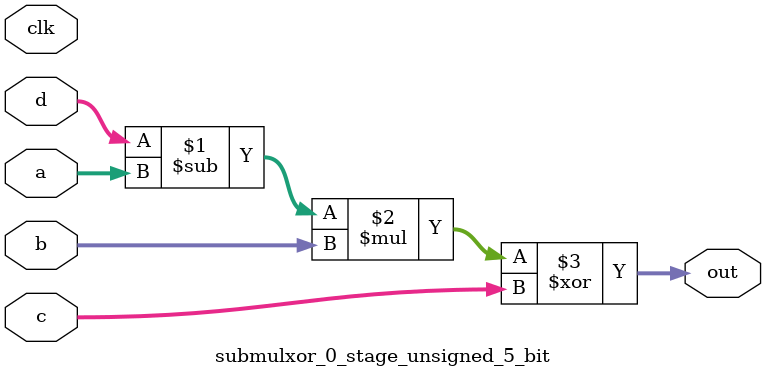
<source format=sv>
(* use_dsp = "yes" *) module submulxor_0_stage_unsigned_5_bit(
	input  [4:0] a,
	input  [4:0] b,
	input  [4:0] c,
	input  [4:0] d,
	output [4:0] out,
	input clk);

	assign out = ((d - a) * b) ^ c;
endmodule

</source>
